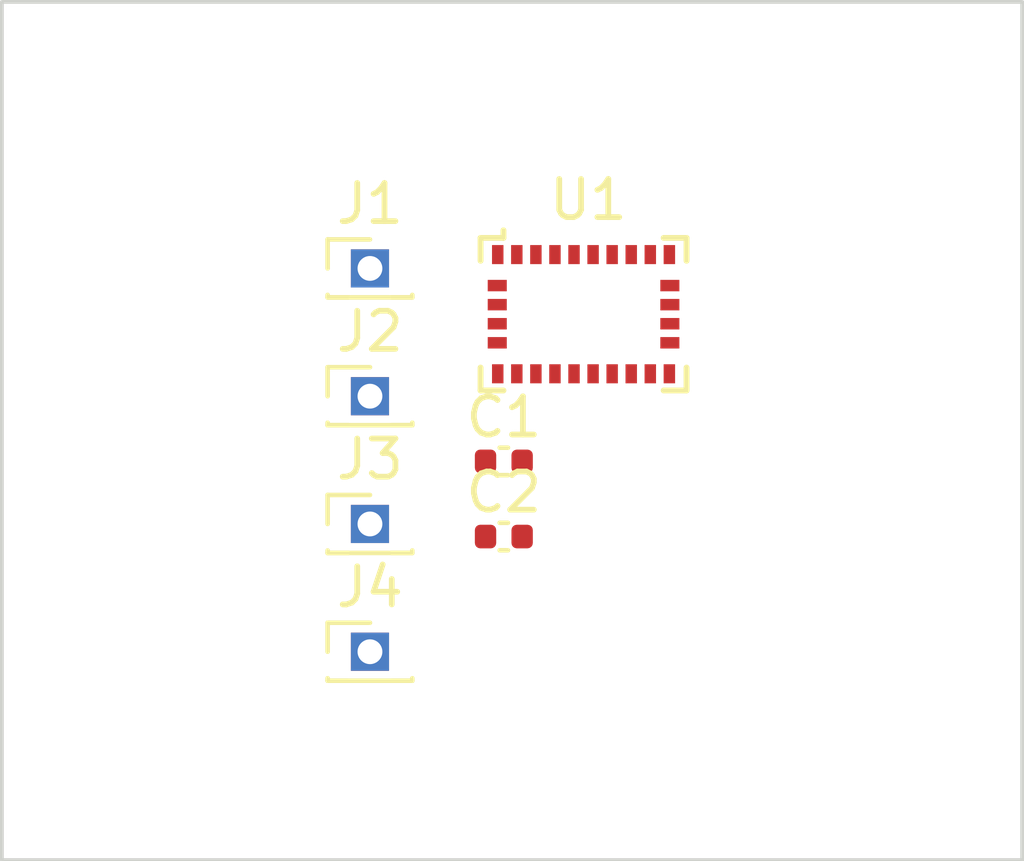
<source format=kicad_pcb>
(kicad_pcb (version 20221018) (generator pcbnew)
  (layers (0 "F.Cu" signal) (31 "B.Cu" signal) (34 "B.Paste" user) (35 "F.Paste" user) (36 "B.SilkS" user "B.Silkscreen") (37 "F.SilkS" user "F.Silkscreen") (38 "B.Mask" user) (39 "F.Mask" user) (44 "Edge.Cuts" user))
  (net 0 "")
  (footprint "digikey-footprints:LGA-28_5.2x3.8mm_BNO0055" (layer "F.Cu") (at 152.75 94.9375)
    (fp_text reference "U1" (at 0.125 -3) (layer "F.SilkS"))
    (fp_text value "BNO055" hide)
    (fp_line (start -2.7 -2) (end -2.7 -1.4) (stroke (width 0.1524)) (layer "F.SilkS"))
    (fp_line (start -2.7 1.4) (end -2.7 2) (stroke (width 0.1524)) (layer "F.SilkS"))
    (fp_line (start -2.7 2) (end -2.1 2) (stroke (width 0.1524)) (layer "F.SilkS"))
    (fp_line (start -2.1 -2) (end -2.7 -2) (stroke (width 0.1524)) (layer "F.SilkS"))
    (fp_line (start -2.1 -2) (end -2.1 -2.2) (stroke (width 0.1524)) (layer "F.SilkS"))
    (fp_line (start 2.1 2) (end 2.7 2) (stroke (width 0.1524)) (layer "F.SilkS"))
    (fp_line (start 2.7 -2) (end 2.1 -2) (stroke (width 0.1524)) (layer "F.SilkS"))
    (fp_line (start 2.7 -1.4) (end 2.7 -2) (stroke (width 0.1524)) (layer "F.SilkS"))
    (fp_line (start 2.7 2) (end 2.7 1.4) (stroke (width 0.1524)) (layer "F.SilkS"))
    (pad "1" smd rect (at -2.25 -1.5625) (size 0.3 0.5) (layers "F.Cu" "F.Paste" "F.Mask"))
    (pad "2" smd rect (at -2.2625 -0.75 90) (size 0.3 0.5) (layers "F.Cu" "F.Paste" "F.Mask"))
    (pad "3" smd rect (at -2.2625 -0.25 90) (size 0.3 0.5) (layers "F.Cu" "F.Paste" "F.Mask"))
    (pad "4" smd rect (at -2.2625 0.25 90) (size 0.3 0.5) (layers "F.Cu" "F.Paste" "F.Mask"))
    (pad "5" smd rect (at -2.2625 0.75 90) (size 0.3 0.5) (layers "F.Cu" "F.Paste" "F.Mask"))
    (pad "6" smd rect (at -2.25 1.5625) (size 0.3 0.5) (layers "F.Cu" "F.Paste" "F.Mask"))
    (pad "7" smd rect (at -1.75 1.5625) (size 0.3 0.5) (layers "F.Cu" "F.Paste" "F.Mask"))
    (pad "8" smd rect (at -1.25 1.5625) (size 0.3 0.5) (layers "F.Cu" "F.Paste" "F.Mask"))
    (pad "9" smd rect (at -0.75 1.5625) (size 0.3 0.5) (layers "F.Cu" "F.Paste" "F.Mask"))
    (pad "10" smd rect (at -0.25 1.5625) (size 0.3 0.5) (layers "F.Cu" "F.Paste" "F.Mask"))
    (pad "11" smd rect (at 0.25 1.5625) (size 0.3 0.5) (layers "F.Cu" "F.Paste" "F.Mask"))
    (pad "12" smd rect (at 0.75 1.5625) (size 0.3 0.5) (layers "F.Cu" "F.Paste" "F.Mask"))
    (pad "13" smd rect (at 1.25 1.5625) (size 0.3 0.5) (layers "F.Cu" "F.Paste" "F.Mask"))
    (pad "14" smd rect (at 1.75 1.5625) (size 0.3 0.5) (layers "F.Cu" "F.Paste" "F.Mask"))
    (pad "15" smd rect (at 2.25 1.5625) (size 0.3 0.5) (layers "F.Cu" "F.Paste" "F.Mask"))
    (pad "16" smd rect (at 2.2625 0.75 90) (size 0.3 0.5) (layers "F.Cu" "F.Paste" "F.Mask"))
    (pad "17" smd rect (at 2.2625 0.25 90) (size 0.3 0.5) (layers "F.Cu" "F.Paste" "F.Mask"))
    (pad "18" smd rect (at 2.2625 -0.25 90) (size 0.3 0.5) (layers "F.Cu" "F.Paste" "F.Mask"))
    (pad "19" smd rect (at 2.2625 -0.75 90) (size 0.3 0.5) (layers "F.Cu" "F.Paste" "F.Mask"))
    (pad "20" smd rect (at 2.25 -1.5625) (size 0.3 0.5) (layers "F.Cu" "F.Paste" "F.Mask"))
    (pad "21" smd rect (at 1.75 -1.5625) (size 0.3 0.5) (layers "F.Cu" "F.Paste" "F.Mask"))
    (pad "22" smd rect (at 1.25 -1.5625) (size 0.3 0.5) (layers "F.Cu" "F.Paste" "F.Mask"))
    (pad "23" smd rect (at 0.75 -1.5625) (size 0.3 0.5) (layers "F.Cu" "F.Paste" "F.Mask"))
    (pad "24" smd rect (at 0.25 -1.5625) (size 0.3 0.5) (layers "F.Cu" "F.Paste" "F.Mask"))
    (pad "25" smd rect (at -0.25 -1.5625) (size 0.3 0.5) (layers "F.Cu" "F.Paste" "F.Mask"))
    (pad "26" smd rect (at -0.75 -1.5625) (size 0.3 0.5) (layers "F.Cu" "F.Paste" "F.Mask"))
    (pad "27" smd rect (at -1.25 -1.5625) (size 0.3 0.5) (layers "F.Cu" "F.Paste" "F.Mask"))
    (pad "28" smd rect (at -1.75 -1.5625) (size 0.3 0.5) (layers "F.Cu" "F.Paste" "F.Mask"))
  )
  (footprint "Capacitor_SMD:C_0402_1005Metric" (layer "F.Cu") (at 150.66 100.7675)
    (fp_text reference "C2" (at 0 -1.16) (layer "F.SilkS"))
    (fp_text value "4.7uF" hide)
    (fp_line (start -0.107836 -0.36) (end 0.107836 -0.36) (stroke (width 0.12)) (layer "F.SilkS"))
    (fp_line (start -0.107836 0.36) (end 0.107836 0.36) (stroke (width 0.12)) (layer "F.SilkS"))
    (pad "1" smd roundrect (at -0.48 0) (size 0.56 0.62) (layers "F.Cu" "F.Paste" "F.Mask"))
    (pad "2" smd roundrect (at 0.48 0) (size 0.56 0.62) (layers "F.Cu" "F.Paste" "F.Mask"))
  )
  (footprint "Capacitor_SMD:C_0402_1005Metric" (layer "F.Cu") (at 150.66 98.7975)
    (fp_text reference "C1" (at 0 -1.16) (layer "F.SilkS"))
    (fp_text value "4.7uF" hide)
    (fp_line (start -0.107836 -0.36) (end 0.107836 -0.36) (stroke (width 0.12)) (layer "F.SilkS"))
    (fp_line (start -0.107836 0.36) (end 0.107836 0.36) (stroke (width 0.12)) (layer "F.SilkS"))
    (pad "1" smd roundrect (at -0.48 0) (size 0.56 0.62) (layers "F.Cu" "F.Paste" "F.Mask"))
    (pad "2" smd roundrect (at 0.48 0) (size 0.56 0.62) (layers "F.Cu" "F.Paste" "F.Mask"))
  )
  (footprint "Connector_PinHeader_1.27mm:PinHeader_1x01_P1.27mm_Vertical" (layer "F.Cu") (at 147.15 93.7375)
    (fp_text reference "J1" (at 0 -1.695) (layer "F.SilkS"))
    (fp_text value "Conn_01x01_Pin" hide)
    (fp_line (start -1.11 -0.76) (end 0 -0.76) (stroke (width 0.12)) (layer "F.SilkS"))
    (fp_line (start -1.11 0) (end -1.11 -0.76) (stroke (width 0.12)) (layer "F.SilkS"))
    (fp_line (start -1.11 0.76) (end -1.11 0.695) (stroke (width 0.12)) (layer "F.SilkS"))
    (fp_line (start -1.11 0.76) (end -0.563471 0.76) (stroke (width 0.12)) (layer "F.SilkS"))
    (fp_line (start -1.11 0.76) (end 1.11 0.76) (stroke (width 0.12)) (layer "F.SilkS"))
    (fp_line (start 0.563471 0.76) (end 1.11 0.76) (stroke (width 0.12)) (layer "F.SilkS"))
    (fp_line (start 1.11 0.76) (end 1.11 0.695) (stroke (width 0.12)) (layer "F.SilkS"))
    (pad "1" thru_hole rect (at 0 0) (size 1 1) (drill 0.65) (layers "*.Cu" "*.Mask"))
  )
  (footprint "Connector_PinHeader_1.27mm:PinHeader_1x01_P1.27mm_Vertical" (layer "F.Cu") (at 147.15 100.4375)
    (fp_text reference "J3" (at 0 -1.695) (layer "F.SilkS"))
    (fp_text value "Conn_01x01_Pin" hide)
    (fp_line (start -1.11 -0.76) (end 0 -0.76) (stroke (width 0.12)) (layer "F.SilkS"))
    (fp_line (start -1.11 0) (end -1.11 -0.76) (stroke (width 0.12)) (layer "F.SilkS"))
    (fp_line (start -1.11 0.76) (end -1.11 0.695) (stroke (width 0.12)) (layer "F.SilkS"))
    (fp_line (start -1.11 0.76) (end -0.563471 0.76) (stroke (width 0.12)) (layer "F.SilkS"))
    (fp_line (start -1.11 0.76) (end 1.11 0.76) (stroke (width 0.12)) (layer "F.SilkS"))
    (fp_line (start 0.563471 0.76) (end 1.11 0.76) (stroke (width 0.12)) (layer "F.SilkS"))
    (fp_line (start 1.11 0.76) (end 1.11 0.695) (stroke (width 0.12)) (layer "F.SilkS"))
    (pad "1" thru_hole rect (at 0 0) (size 1 1) (drill 0.65) (layers "*.Cu" "*.Mask"))
  )
  (footprint "Connector_PinHeader_1.27mm:PinHeader_1x01_P1.27mm_Vertical" (layer "F.Cu") (at 147.15 97.0875)
    (fp_text reference "J2" (at 0 -1.695) (layer "F.SilkS"))
    (fp_text value "Conn_01x01_Pin" hide)
    (fp_line (start -1.11 -0.76) (end 0 -0.76) (stroke (width 0.12)) (layer "F.SilkS"))
    (fp_line (start -1.11 0) (end -1.11 -0.76) (stroke (width 0.12)) (layer "F.SilkS"))
    (fp_line (start -1.11 0.76) (end -1.11 0.695) (stroke (width 0.12)) (layer "F.SilkS"))
    (fp_line (start -1.11 0.76) (end -0.563471 0.76) (stroke (width 0.12)) (layer "F.SilkS"))
    (fp_line (start -1.11 0.76) (end 1.11 0.76) (stroke (width 0.12)) (layer "F.SilkS"))
    (fp_line (start 0.563471 0.76) (end 1.11 0.76) (stroke (width 0.12)) (layer "F.SilkS"))
    (fp_line (start 1.11 0.76) (end 1.11 0.695) (stroke (width 0.12)) (layer "F.SilkS"))
    (pad "1" thru_hole rect (at 0 0) (size 1 1) (drill 0.65) (layers "*.Cu" "*.Mask"))
  )
  (footprint "Connector_PinHeader_1.27mm:PinHeader_1x01_P1.27mm_Vertical" (layer "F.Cu") (at 147.15 103.7875)
    (fp_text reference "J4" (at 0 -1.695) (layer "F.SilkS"))
    (fp_text value "Conn_01x01_Pin" hide)
    (fp_line (start -1.11 -0.76) (end 0 -0.76) (stroke (width 0.12)) (layer "F.SilkS"))
    (fp_line (start -1.11 0) (end -1.11 -0.76) (stroke (width 0.12)) (layer "F.SilkS"))
    (fp_line (start -1.11 0.76) (end -1.11 0.695) (stroke (width 0.12)) (layer "F.SilkS"))
    (fp_line (start -1.11 0.76) (end -0.563471 0.76) (stroke (width 0.12)) (layer "F.SilkS"))
    (fp_line (start -1.11 0.76) (end 1.11 0.76) (stroke (width 0.12)) (layer "F.SilkS"))
    (fp_line (start 0.563471 0.76) (end 1.11 0.76) (stroke (width 0.12)) (layer "F.SilkS"))
    (fp_line (start 1.11 0.76) (end 1.11 0.695) (stroke (width 0.12)) (layer "F.SilkS"))
    (pad "1" thru_hole rect (at 0 0) (size 1 1) (drill 0.65) (layers "*.Cu" "*.Mask"))
  )
  (gr_rect (start 137.5 86.75) (end 164.25 109.25) (stroke (width 0.1)) (fill none) (layer "Edge.Cuts"))
)
</source>
